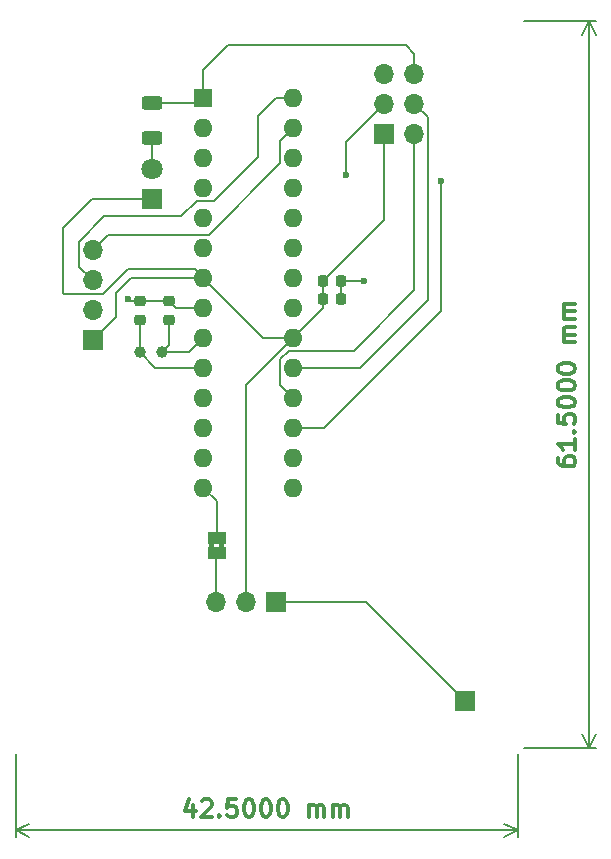
<source format=gtl>
%TF.GenerationSoftware,KiCad,Pcbnew,8.0.4*%
%TF.CreationDate,2024-12-21T23:10:03-05:00*%
%TF.ProjectId,Reaction Wheel,52656163-7469-46f6-9e20-576865656c2e,rev?*%
%TF.SameCoordinates,Original*%
%TF.FileFunction,Copper,L1,Top*%
%TF.FilePolarity,Positive*%
%FSLAX46Y46*%
G04 Gerber Fmt 4.6, Leading zero omitted, Abs format (unit mm)*
G04 Created by KiCad (PCBNEW 8.0.4) date 2024-12-21 23:10:03*
%MOMM*%
%LPD*%
G01*
G04 APERTURE LIST*
G04 Aperture macros list*
%AMRoundRect*
0 Rectangle with rounded corners*
0 $1 Rounding radius*
0 $2 $3 $4 $5 $6 $7 $8 $9 X,Y pos of 4 corners*
0 Add a 4 corners polygon primitive as box body*
4,1,4,$2,$3,$4,$5,$6,$7,$8,$9,$2,$3,0*
0 Add four circle primitives for the rounded corners*
1,1,$1+$1,$2,$3*
1,1,$1+$1,$4,$5*
1,1,$1+$1,$6,$7*
1,1,$1+$1,$8,$9*
0 Add four rect primitives between the rounded corners*
20,1,$1+$1,$2,$3,$4,$5,0*
20,1,$1+$1,$4,$5,$6,$7,0*
20,1,$1+$1,$6,$7,$8,$9,0*
20,1,$1+$1,$8,$9,$2,$3,0*%
G04 Aperture macros list end*
%ADD10C,0.300000*%
%TA.AperFunction,NonConductor*%
%ADD11C,0.300000*%
%TD*%
%TA.AperFunction,NonConductor*%
%ADD12C,0.200000*%
%TD*%
%TA.AperFunction,EtchedComponent*%
%ADD13C,0.000000*%
%TD*%
%TA.AperFunction,ComponentPad*%
%ADD14R,1.800000X1.800000*%
%TD*%
%TA.AperFunction,ComponentPad*%
%ADD15C,1.800000*%
%TD*%
%TA.AperFunction,ComponentPad*%
%ADD16R,1.700000X1.700000*%
%TD*%
%TA.AperFunction,ComponentPad*%
%ADD17O,1.700000X1.700000*%
%TD*%
%TA.AperFunction,SMDPad,CuDef*%
%ADD18RoundRect,0.250000X-0.625000X0.312500X-0.625000X-0.312500X0.625000X-0.312500X0.625000X0.312500X0*%
%TD*%
%TA.AperFunction,SMDPad,CuDef*%
%ADD19RoundRect,0.225000X0.250000X-0.225000X0.250000X0.225000X-0.250000X0.225000X-0.250000X-0.225000X0*%
%TD*%
%TA.AperFunction,SMDPad,CuDef*%
%ADD20RoundRect,0.225000X-0.225000X-0.250000X0.225000X-0.250000X0.225000X0.250000X-0.225000X0.250000X0*%
%TD*%
%TA.AperFunction,ComponentPad*%
%ADD21R,1.600000X1.600000*%
%TD*%
%TA.AperFunction,ComponentPad*%
%ADD22O,1.600000X1.600000*%
%TD*%
%TA.AperFunction,ComponentPad*%
%ADD23C,1.000000*%
%TD*%
%TA.AperFunction,SMDPad,CuDef*%
%ADD24R,1.500000X1.000000*%
%TD*%
%TA.AperFunction,ViaPad*%
%ADD25C,0.600000*%
%TD*%
%TA.AperFunction,Conductor*%
%ADD26C,0.200000*%
%TD*%
G04 APERTURE END LIST*
D10*
D11*
X89878328Y-85464284D02*
X89878328Y-85749998D01*
X89878328Y-85749998D02*
X89949757Y-85892855D01*
X89949757Y-85892855D02*
X90021185Y-85964284D01*
X90021185Y-85964284D02*
X90235471Y-86107141D01*
X90235471Y-86107141D02*
X90521185Y-86178569D01*
X90521185Y-86178569D02*
X91092614Y-86178569D01*
X91092614Y-86178569D02*
X91235471Y-86107141D01*
X91235471Y-86107141D02*
X91306900Y-86035712D01*
X91306900Y-86035712D02*
X91378328Y-85892855D01*
X91378328Y-85892855D02*
X91378328Y-85607141D01*
X91378328Y-85607141D02*
X91306900Y-85464284D01*
X91306900Y-85464284D02*
X91235471Y-85392855D01*
X91235471Y-85392855D02*
X91092614Y-85321426D01*
X91092614Y-85321426D02*
X90735471Y-85321426D01*
X90735471Y-85321426D02*
X90592614Y-85392855D01*
X90592614Y-85392855D02*
X90521185Y-85464284D01*
X90521185Y-85464284D02*
X90449757Y-85607141D01*
X90449757Y-85607141D02*
X90449757Y-85892855D01*
X90449757Y-85892855D02*
X90521185Y-86035712D01*
X90521185Y-86035712D02*
X90592614Y-86107141D01*
X90592614Y-86107141D02*
X90735471Y-86178569D01*
X91378328Y-83892855D02*
X91378328Y-84749998D01*
X91378328Y-84321427D02*
X89878328Y-84321427D01*
X89878328Y-84321427D02*
X90092614Y-84464284D01*
X90092614Y-84464284D02*
X90235471Y-84607141D01*
X90235471Y-84607141D02*
X90306900Y-84749998D01*
X91235471Y-83249999D02*
X91306900Y-83178570D01*
X91306900Y-83178570D02*
X91378328Y-83249999D01*
X91378328Y-83249999D02*
X91306900Y-83321427D01*
X91306900Y-83321427D02*
X91235471Y-83249999D01*
X91235471Y-83249999D02*
X91378328Y-83249999D01*
X89878328Y-81821427D02*
X89878328Y-82535713D01*
X89878328Y-82535713D02*
X90592614Y-82607141D01*
X90592614Y-82607141D02*
X90521185Y-82535713D01*
X90521185Y-82535713D02*
X90449757Y-82392856D01*
X90449757Y-82392856D02*
X90449757Y-82035713D01*
X90449757Y-82035713D02*
X90521185Y-81892856D01*
X90521185Y-81892856D02*
X90592614Y-81821427D01*
X90592614Y-81821427D02*
X90735471Y-81749998D01*
X90735471Y-81749998D02*
X91092614Y-81749998D01*
X91092614Y-81749998D02*
X91235471Y-81821427D01*
X91235471Y-81821427D02*
X91306900Y-81892856D01*
X91306900Y-81892856D02*
X91378328Y-82035713D01*
X91378328Y-82035713D02*
X91378328Y-82392856D01*
X91378328Y-82392856D02*
X91306900Y-82535713D01*
X91306900Y-82535713D02*
X91235471Y-82607141D01*
X89878328Y-80821427D02*
X89878328Y-80678570D01*
X89878328Y-80678570D02*
X89949757Y-80535713D01*
X89949757Y-80535713D02*
X90021185Y-80464285D01*
X90021185Y-80464285D02*
X90164042Y-80392856D01*
X90164042Y-80392856D02*
X90449757Y-80321427D01*
X90449757Y-80321427D02*
X90806900Y-80321427D01*
X90806900Y-80321427D02*
X91092614Y-80392856D01*
X91092614Y-80392856D02*
X91235471Y-80464285D01*
X91235471Y-80464285D02*
X91306900Y-80535713D01*
X91306900Y-80535713D02*
X91378328Y-80678570D01*
X91378328Y-80678570D02*
X91378328Y-80821427D01*
X91378328Y-80821427D02*
X91306900Y-80964285D01*
X91306900Y-80964285D02*
X91235471Y-81035713D01*
X91235471Y-81035713D02*
X91092614Y-81107142D01*
X91092614Y-81107142D02*
X90806900Y-81178570D01*
X90806900Y-81178570D02*
X90449757Y-81178570D01*
X90449757Y-81178570D02*
X90164042Y-81107142D01*
X90164042Y-81107142D02*
X90021185Y-81035713D01*
X90021185Y-81035713D02*
X89949757Y-80964285D01*
X89949757Y-80964285D02*
X89878328Y-80821427D01*
X89878328Y-79392856D02*
X89878328Y-79249999D01*
X89878328Y-79249999D02*
X89949757Y-79107142D01*
X89949757Y-79107142D02*
X90021185Y-79035714D01*
X90021185Y-79035714D02*
X90164042Y-78964285D01*
X90164042Y-78964285D02*
X90449757Y-78892856D01*
X90449757Y-78892856D02*
X90806900Y-78892856D01*
X90806900Y-78892856D02*
X91092614Y-78964285D01*
X91092614Y-78964285D02*
X91235471Y-79035714D01*
X91235471Y-79035714D02*
X91306900Y-79107142D01*
X91306900Y-79107142D02*
X91378328Y-79249999D01*
X91378328Y-79249999D02*
X91378328Y-79392856D01*
X91378328Y-79392856D02*
X91306900Y-79535714D01*
X91306900Y-79535714D02*
X91235471Y-79607142D01*
X91235471Y-79607142D02*
X91092614Y-79678571D01*
X91092614Y-79678571D02*
X90806900Y-79749999D01*
X90806900Y-79749999D02*
X90449757Y-79749999D01*
X90449757Y-79749999D02*
X90164042Y-79678571D01*
X90164042Y-79678571D02*
X90021185Y-79607142D01*
X90021185Y-79607142D02*
X89949757Y-79535714D01*
X89949757Y-79535714D02*
X89878328Y-79392856D01*
X89878328Y-77964285D02*
X89878328Y-77821428D01*
X89878328Y-77821428D02*
X89949757Y-77678571D01*
X89949757Y-77678571D02*
X90021185Y-77607143D01*
X90021185Y-77607143D02*
X90164042Y-77535714D01*
X90164042Y-77535714D02*
X90449757Y-77464285D01*
X90449757Y-77464285D02*
X90806900Y-77464285D01*
X90806900Y-77464285D02*
X91092614Y-77535714D01*
X91092614Y-77535714D02*
X91235471Y-77607143D01*
X91235471Y-77607143D02*
X91306900Y-77678571D01*
X91306900Y-77678571D02*
X91378328Y-77821428D01*
X91378328Y-77821428D02*
X91378328Y-77964285D01*
X91378328Y-77964285D02*
X91306900Y-78107143D01*
X91306900Y-78107143D02*
X91235471Y-78178571D01*
X91235471Y-78178571D02*
X91092614Y-78250000D01*
X91092614Y-78250000D02*
X90806900Y-78321428D01*
X90806900Y-78321428D02*
X90449757Y-78321428D01*
X90449757Y-78321428D02*
X90164042Y-78250000D01*
X90164042Y-78250000D02*
X90021185Y-78178571D01*
X90021185Y-78178571D02*
X89949757Y-78107143D01*
X89949757Y-78107143D02*
X89878328Y-77964285D01*
X91378328Y-75678572D02*
X90378328Y-75678572D01*
X90521185Y-75678572D02*
X90449757Y-75607143D01*
X90449757Y-75607143D02*
X90378328Y-75464286D01*
X90378328Y-75464286D02*
X90378328Y-75250000D01*
X90378328Y-75250000D02*
X90449757Y-75107143D01*
X90449757Y-75107143D02*
X90592614Y-75035715D01*
X90592614Y-75035715D02*
X91378328Y-75035715D01*
X90592614Y-75035715D02*
X90449757Y-74964286D01*
X90449757Y-74964286D02*
X90378328Y-74821429D01*
X90378328Y-74821429D02*
X90378328Y-74607143D01*
X90378328Y-74607143D02*
X90449757Y-74464286D01*
X90449757Y-74464286D02*
X90592614Y-74392857D01*
X90592614Y-74392857D02*
X91378328Y-74392857D01*
X91378328Y-73678572D02*
X90378328Y-73678572D01*
X90521185Y-73678572D02*
X90449757Y-73607143D01*
X90449757Y-73607143D02*
X90378328Y-73464286D01*
X90378328Y-73464286D02*
X90378328Y-73250000D01*
X90378328Y-73250000D02*
X90449757Y-73107143D01*
X90449757Y-73107143D02*
X90592614Y-73035715D01*
X90592614Y-73035715D02*
X91378328Y-73035715D01*
X90592614Y-73035715D02*
X90449757Y-72964286D01*
X90449757Y-72964286D02*
X90378328Y-72821429D01*
X90378328Y-72821429D02*
X90378328Y-72607143D01*
X90378328Y-72607143D02*
X90449757Y-72464286D01*
X90449757Y-72464286D02*
X90592614Y-72392857D01*
X90592614Y-72392857D02*
X91378328Y-72392857D01*
D12*
X87000000Y-110000000D02*
X93086420Y-110000000D01*
X87000000Y-48500000D02*
X93086420Y-48500000D01*
X92500000Y-110000000D02*
X92500000Y-48500000D01*
X92500000Y-110000000D02*
X92500000Y-48500000D01*
X92500000Y-110000000D02*
X91913579Y-108873496D01*
X92500000Y-110000000D02*
X93086421Y-108873496D01*
X92500000Y-48500000D02*
X93086421Y-49626504D01*
X92500000Y-48500000D02*
X91913579Y-49626504D01*
D10*
D11*
X59035716Y-114878327D02*
X59035716Y-115878327D01*
X58678573Y-114306899D02*
X58321430Y-115378327D01*
X58321430Y-115378327D02*
X59250001Y-115378327D01*
X59750001Y-114521184D02*
X59821429Y-114449756D01*
X59821429Y-114449756D02*
X59964287Y-114378327D01*
X59964287Y-114378327D02*
X60321429Y-114378327D01*
X60321429Y-114378327D02*
X60464287Y-114449756D01*
X60464287Y-114449756D02*
X60535715Y-114521184D01*
X60535715Y-114521184D02*
X60607144Y-114664041D01*
X60607144Y-114664041D02*
X60607144Y-114806899D01*
X60607144Y-114806899D02*
X60535715Y-115021184D01*
X60535715Y-115021184D02*
X59678572Y-115878327D01*
X59678572Y-115878327D02*
X60607144Y-115878327D01*
X61250000Y-115735470D02*
X61321429Y-115806899D01*
X61321429Y-115806899D02*
X61250000Y-115878327D01*
X61250000Y-115878327D02*
X61178572Y-115806899D01*
X61178572Y-115806899D02*
X61250000Y-115735470D01*
X61250000Y-115735470D02*
X61250000Y-115878327D01*
X62678572Y-114378327D02*
X61964286Y-114378327D01*
X61964286Y-114378327D02*
X61892858Y-115092613D01*
X61892858Y-115092613D02*
X61964286Y-115021184D01*
X61964286Y-115021184D02*
X62107144Y-114949756D01*
X62107144Y-114949756D02*
X62464286Y-114949756D01*
X62464286Y-114949756D02*
X62607144Y-115021184D01*
X62607144Y-115021184D02*
X62678572Y-115092613D01*
X62678572Y-115092613D02*
X62750001Y-115235470D01*
X62750001Y-115235470D02*
X62750001Y-115592613D01*
X62750001Y-115592613D02*
X62678572Y-115735470D01*
X62678572Y-115735470D02*
X62607144Y-115806899D01*
X62607144Y-115806899D02*
X62464286Y-115878327D01*
X62464286Y-115878327D02*
X62107144Y-115878327D01*
X62107144Y-115878327D02*
X61964286Y-115806899D01*
X61964286Y-115806899D02*
X61892858Y-115735470D01*
X63678572Y-114378327D02*
X63821429Y-114378327D01*
X63821429Y-114378327D02*
X63964286Y-114449756D01*
X63964286Y-114449756D02*
X64035715Y-114521184D01*
X64035715Y-114521184D02*
X64107143Y-114664041D01*
X64107143Y-114664041D02*
X64178572Y-114949756D01*
X64178572Y-114949756D02*
X64178572Y-115306899D01*
X64178572Y-115306899D02*
X64107143Y-115592613D01*
X64107143Y-115592613D02*
X64035715Y-115735470D01*
X64035715Y-115735470D02*
X63964286Y-115806899D01*
X63964286Y-115806899D02*
X63821429Y-115878327D01*
X63821429Y-115878327D02*
X63678572Y-115878327D01*
X63678572Y-115878327D02*
X63535715Y-115806899D01*
X63535715Y-115806899D02*
X63464286Y-115735470D01*
X63464286Y-115735470D02*
X63392857Y-115592613D01*
X63392857Y-115592613D02*
X63321429Y-115306899D01*
X63321429Y-115306899D02*
X63321429Y-114949756D01*
X63321429Y-114949756D02*
X63392857Y-114664041D01*
X63392857Y-114664041D02*
X63464286Y-114521184D01*
X63464286Y-114521184D02*
X63535715Y-114449756D01*
X63535715Y-114449756D02*
X63678572Y-114378327D01*
X65107143Y-114378327D02*
X65250000Y-114378327D01*
X65250000Y-114378327D02*
X65392857Y-114449756D01*
X65392857Y-114449756D02*
X65464286Y-114521184D01*
X65464286Y-114521184D02*
X65535714Y-114664041D01*
X65535714Y-114664041D02*
X65607143Y-114949756D01*
X65607143Y-114949756D02*
X65607143Y-115306899D01*
X65607143Y-115306899D02*
X65535714Y-115592613D01*
X65535714Y-115592613D02*
X65464286Y-115735470D01*
X65464286Y-115735470D02*
X65392857Y-115806899D01*
X65392857Y-115806899D02*
X65250000Y-115878327D01*
X65250000Y-115878327D02*
X65107143Y-115878327D01*
X65107143Y-115878327D02*
X64964286Y-115806899D01*
X64964286Y-115806899D02*
X64892857Y-115735470D01*
X64892857Y-115735470D02*
X64821428Y-115592613D01*
X64821428Y-115592613D02*
X64750000Y-115306899D01*
X64750000Y-115306899D02*
X64750000Y-114949756D01*
X64750000Y-114949756D02*
X64821428Y-114664041D01*
X64821428Y-114664041D02*
X64892857Y-114521184D01*
X64892857Y-114521184D02*
X64964286Y-114449756D01*
X64964286Y-114449756D02*
X65107143Y-114378327D01*
X66535714Y-114378327D02*
X66678571Y-114378327D01*
X66678571Y-114378327D02*
X66821428Y-114449756D01*
X66821428Y-114449756D02*
X66892857Y-114521184D01*
X66892857Y-114521184D02*
X66964285Y-114664041D01*
X66964285Y-114664041D02*
X67035714Y-114949756D01*
X67035714Y-114949756D02*
X67035714Y-115306899D01*
X67035714Y-115306899D02*
X66964285Y-115592613D01*
X66964285Y-115592613D02*
X66892857Y-115735470D01*
X66892857Y-115735470D02*
X66821428Y-115806899D01*
X66821428Y-115806899D02*
X66678571Y-115878327D01*
X66678571Y-115878327D02*
X66535714Y-115878327D01*
X66535714Y-115878327D02*
X66392857Y-115806899D01*
X66392857Y-115806899D02*
X66321428Y-115735470D01*
X66321428Y-115735470D02*
X66249999Y-115592613D01*
X66249999Y-115592613D02*
X66178571Y-115306899D01*
X66178571Y-115306899D02*
X66178571Y-114949756D01*
X66178571Y-114949756D02*
X66249999Y-114664041D01*
X66249999Y-114664041D02*
X66321428Y-114521184D01*
X66321428Y-114521184D02*
X66392857Y-114449756D01*
X66392857Y-114449756D02*
X66535714Y-114378327D01*
X68821427Y-115878327D02*
X68821427Y-114878327D01*
X68821427Y-115021184D02*
X68892856Y-114949756D01*
X68892856Y-114949756D02*
X69035713Y-114878327D01*
X69035713Y-114878327D02*
X69249999Y-114878327D01*
X69249999Y-114878327D02*
X69392856Y-114949756D01*
X69392856Y-114949756D02*
X69464285Y-115092613D01*
X69464285Y-115092613D02*
X69464285Y-115878327D01*
X69464285Y-115092613D02*
X69535713Y-114949756D01*
X69535713Y-114949756D02*
X69678570Y-114878327D01*
X69678570Y-114878327D02*
X69892856Y-114878327D01*
X69892856Y-114878327D02*
X70035713Y-114949756D01*
X70035713Y-114949756D02*
X70107142Y-115092613D01*
X70107142Y-115092613D02*
X70107142Y-115878327D01*
X70821427Y-115878327D02*
X70821427Y-114878327D01*
X70821427Y-115021184D02*
X70892856Y-114949756D01*
X70892856Y-114949756D02*
X71035713Y-114878327D01*
X71035713Y-114878327D02*
X71249999Y-114878327D01*
X71249999Y-114878327D02*
X71392856Y-114949756D01*
X71392856Y-114949756D02*
X71464285Y-115092613D01*
X71464285Y-115092613D02*
X71464285Y-115878327D01*
X71464285Y-115092613D02*
X71535713Y-114949756D01*
X71535713Y-114949756D02*
X71678570Y-114878327D01*
X71678570Y-114878327D02*
X71892856Y-114878327D01*
X71892856Y-114878327D02*
X72035713Y-114949756D01*
X72035713Y-114949756D02*
X72107142Y-115092613D01*
X72107142Y-115092613D02*
X72107142Y-115878327D01*
D12*
X44000000Y-110500000D02*
X44000000Y-117586419D01*
X86500000Y-110500000D02*
X86500000Y-117586419D01*
X44000000Y-116999999D02*
X86500000Y-116999999D01*
X44000000Y-116999999D02*
X86500000Y-116999999D01*
X44000000Y-116999999D02*
X45126504Y-116413578D01*
X44000000Y-116999999D02*
X45126504Y-117586420D01*
X86500000Y-116999999D02*
X85373496Y-117586420D01*
X86500000Y-116999999D02*
X85373496Y-116413578D01*
D13*
%TA.AperFunction,EtchedComponent*%
%TO.C,JP1*%
G36*
X60800000Y-93100000D02*
G01*
X60400000Y-93100000D01*
X60400000Y-92600000D01*
X60800000Y-92600000D01*
X60800000Y-93100000D01*
G37*
%TD.AperFunction*%
%TA.AperFunction,EtchedComponent*%
G36*
X61600000Y-93100000D02*
G01*
X61200000Y-93100000D01*
X61200000Y-92600000D01*
X61600000Y-92600000D01*
X61600000Y-93100000D01*
G37*
%TD.AperFunction*%
%TD*%
D14*
%TO.P,D1,1,K*%
%TO.N,+5V*%
X55500000Y-63540000D03*
D15*
%TO.P,D1,2,A*%
%TO.N,Net-(D1-A)*%
X55500000Y-61000000D03*
%TD*%
D16*
%TO.P,J3,1,Pin_1*%
%TO.N,+5V*%
X75210000Y-58025000D03*
D17*
%TO.P,J3,2,Pin_2*%
%TO.N,MISO*%
X77750000Y-58025000D03*
%TO.P,J3,3,Pin_3*%
%TO.N,MOSI*%
X75210000Y-55485000D03*
%TO.P,J3,4,Pin_4*%
%TO.N,SCK*%
X77750000Y-55485000D03*
%TO.P,J3,5,Pin_5*%
%TO.N,GND*%
X75210000Y-52945000D03*
%TO.P,J3,6,Pin_6*%
%TO.N,RESET*%
X77750000Y-52945000D03*
%TD*%
D18*
%TO.P,R1,1*%
%TO.N,RESET*%
X55500000Y-55450000D03*
%TO.P,R1,2*%
%TO.N,Net-(D1-A)*%
X55500000Y-58375000D03*
%TD*%
D19*
%TO.P,C3,1*%
%TO.N,Net-(U2-XTAL1{slash}PB6)*%
X57000000Y-73750000D03*
%TO.P,C3,2*%
%TO.N,GND*%
X57000000Y-72200000D03*
%TD*%
D20*
%TO.P,C2,1*%
%TO.N,+5V*%
X70000000Y-72000000D03*
%TO.P,C2,2*%
%TO.N,GND*%
X71550000Y-72000000D03*
%TD*%
D16*
%TO.P,J2,1,Pin_1*%
%TO.N,+5V*%
X50500000Y-75500000D03*
D17*
%TO.P,J2,2,Pin_2*%
%TO.N,GND*%
X50500000Y-72960000D03*
%TO.P,J2,3,Pin_3*%
%TO.N,SCL*%
X50500000Y-70420000D03*
%TO.P,J2,4,Pin_4*%
%TO.N,SDA*%
X50500000Y-67880000D03*
%TD*%
D19*
%TO.P,C4,1*%
%TO.N,Net-(U2-XTAL2{slash}PB7)*%
X54500000Y-73750000D03*
%TO.P,C4,2*%
%TO.N,GND*%
X54500000Y-72200000D03*
%TD*%
D16*
%TO.P,J1,1,Pin_1*%
%TO.N,GND*%
X66025000Y-97625000D03*
D17*
%TO.P,J1,2,Pin_2*%
%TO.N,+5V*%
X63485000Y-97625000D03*
%TO.P,J1,3,Pin_3*%
%TO.N,Net-(J1-Pin_3)*%
X60945000Y-97625000D03*
%TD*%
D21*
%TO.P,U2,1,~{RESET}/PC6*%
%TO.N,RESET*%
X59880000Y-54960000D03*
D22*
%TO.P,U2,2,PD0*%
%TO.N,unconnected-(U2-PD0-Pad2)*%
X59880000Y-57500000D03*
%TO.P,U2,3,PD1*%
%TO.N,unconnected-(U2-PD1-Pad3)*%
X59880000Y-60040000D03*
%TO.P,U2,4,PD2*%
%TO.N,unconnected-(U2-PD2-Pad4)*%
X59880000Y-62580000D03*
%TO.P,U2,5,PD3*%
%TO.N,unconnected-(U2-PD3-Pad5)*%
X59880000Y-65120000D03*
%TO.P,U2,6,PD4*%
%TO.N,unconnected-(U2-PD4-Pad6)*%
X59880000Y-67660000D03*
%TO.P,U2,7,VCC*%
%TO.N,+5V*%
X59880000Y-70200000D03*
%TO.P,U2,8,GND*%
%TO.N,GND*%
X59880000Y-72740000D03*
%TO.P,U2,9,XTAL1/PB6*%
%TO.N,Net-(U2-XTAL1{slash}PB6)*%
X59880000Y-75280000D03*
%TO.P,U2,10,XTAL2/PB7*%
%TO.N,Net-(U2-XTAL2{slash}PB7)*%
X59880000Y-77820000D03*
%TO.P,U2,11,PD5*%
%TO.N,unconnected-(U2-PD5-Pad11)*%
X59880000Y-80360000D03*
%TO.P,U2,12,PD6*%
%TO.N,unconnected-(U2-PD6-Pad12)*%
X59880000Y-82900000D03*
%TO.P,U2,13,PD7*%
%TO.N,unconnected-(U2-PD7-Pad13)*%
X59880000Y-85440000D03*
%TO.P,U2,14,PB0*%
%TO.N,Net-(JP1-A)*%
X59880000Y-87980000D03*
%TO.P,U2,15,PB1*%
%TO.N,unconnected-(U2-PB1-Pad15)*%
X67500000Y-87980000D03*
%TO.P,U2,16,PB2*%
%TO.N,unconnected-(U2-PB2-Pad16)*%
X67500000Y-85440000D03*
%TO.P,U2,17,PB3*%
%TO.N,MOSI*%
X67500000Y-82900000D03*
%TO.P,U2,18,PB4*%
%TO.N,MISO*%
X67500000Y-80360000D03*
%TO.P,U2,19,PB5*%
%TO.N,SCK*%
X67500000Y-77820000D03*
%TO.P,U2,20,AVCC*%
%TO.N,+5V*%
X67500000Y-75280000D03*
%TO.P,U2,21,AREF*%
%TO.N,unconnected-(U2-AREF-Pad21)*%
X67500000Y-72740000D03*
%TO.P,U2,22,GND*%
%TO.N,GND*%
X67500000Y-70200000D03*
%TO.P,U2,23,PC0*%
%TO.N,unconnected-(U2-PC0-Pad23)*%
X67500000Y-67660000D03*
%TO.P,U2,24,PC1*%
%TO.N,unconnected-(U2-PC1-Pad24)*%
X67500000Y-65120000D03*
%TO.P,U2,25,PC2*%
%TO.N,unconnected-(U2-PC2-Pad25)*%
X67500000Y-62580000D03*
%TO.P,U2,26,PC3*%
%TO.N,unconnected-(U2-PC3-Pad26)*%
X67500000Y-60040000D03*
%TO.P,U2,27,PC4*%
%TO.N,SDA*%
X67500000Y-57500000D03*
%TO.P,U2,28,PC5*%
%TO.N,SCL*%
X67500000Y-54960000D03*
%TD*%
D23*
%TO.P,Y2,1,1*%
%TO.N,Net-(U2-XTAL2{slash}PB7)*%
X54500000Y-76500000D03*
%TO.P,Y2,2,2*%
%TO.N,Net-(U2-XTAL1{slash}PB6)*%
X56400000Y-76500000D03*
%TD*%
D16*
%TO.P,TP1,1,1*%
%TO.N,GND*%
X82000000Y-106000000D03*
%TD*%
D24*
%TO.P,JP1,1,A*%
%TO.N,Net-(JP1-A)*%
X61000000Y-92200000D03*
%TO.P,JP1,2,B*%
%TO.N,Net-(J1-Pin_3)*%
X61000000Y-93500000D03*
%TD*%
D20*
%TO.P,C1,1*%
%TO.N,+5V*%
X70000000Y-70500000D03*
%TO.P,C1,2*%
%TO.N,GND*%
X71550000Y-70500000D03*
%TD*%
D25*
%TO.N,GND*%
X73500000Y-70500000D03*
X53500000Y-72000000D03*
%TO.N,MOSI*%
X80000000Y-62000000D03*
X72000000Y-61500000D03*
%TD*%
D26*
%TO.N,+5V*%
X55500000Y-63540000D02*
X50460000Y-63540000D01*
X67500000Y-75280000D02*
X70000000Y-72780000D01*
X70000000Y-72000000D02*
X70000000Y-70500000D01*
X48070000Y-71570000D02*
X51430000Y-71570000D01*
X48000000Y-66000000D02*
X48000000Y-71500000D01*
X53800000Y-70200000D02*
X59880000Y-70200000D01*
X67500000Y-75280000D02*
X64960000Y-75280000D01*
X70000000Y-72780000D02*
X70000000Y-72000000D01*
X52500000Y-73500000D02*
X52500000Y-71500000D01*
X50500000Y-75500000D02*
X52500000Y-73500000D01*
X48000000Y-71500000D02*
X48070000Y-71570000D01*
X64960000Y-75280000D02*
X59880000Y-70200000D01*
X52500000Y-71500000D02*
X53800000Y-70200000D01*
X59180000Y-69500000D02*
X59880000Y-70200000D01*
X75210000Y-58025000D02*
X75210000Y-65290000D01*
X63485000Y-97625000D02*
X63485000Y-79295000D01*
X50460000Y-63540000D02*
X48000000Y-66000000D01*
X53500000Y-69500000D02*
X59180000Y-69500000D01*
X51430000Y-71570000D02*
X53500000Y-69500000D01*
X59880000Y-70200000D02*
X59340000Y-69660000D01*
X75210000Y-65290000D02*
X70000000Y-70500000D01*
X63485000Y-79295000D02*
X67500000Y-75280000D01*
%TO.N,GND*%
X57540000Y-72740000D02*
X57000000Y-72200000D01*
X53700000Y-72200000D02*
X53500000Y-72000000D01*
X59880000Y-72740000D02*
X57540000Y-72740000D01*
X82000000Y-106000000D02*
X73625000Y-97625000D01*
X54500000Y-72200000D02*
X53700000Y-72200000D01*
X71550000Y-72000000D02*
X71550000Y-70500000D01*
X71550000Y-70500000D02*
X73500000Y-70500000D01*
X57000000Y-72200000D02*
X54500000Y-72200000D01*
X73625000Y-97625000D02*
X66025000Y-97625000D01*
%TO.N,Net-(U2-XTAL1{slash}PB6)*%
X57000000Y-75900000D02*
X56400000Y-76500000D01*
X57000000Y-73750000D02*
X57000000Y-75900000D01*
X58660000Y-76500000D02*
X59880000Y-75280000D01*
X56400000Y-76500000D02*
X58660000Y-76500000D01*
%TO.N,Net-(U2-XTAL2{slash}PB7)*%
X55820000Y-77820000D02*
X54500000Y-76500000D01*
X59880000Y-77820000D02*
X55820000Y-77820000D01*
X54500000Y-73750000D02*
X54500000Y-76500000D01*
%TO.N,SCK*%
X67500000Y-77820000D02*
X73180000Y-77820000D01*
X78900000Y-72100000D02*
X78900000Y-56635000D01*
X73180000Y-77820000D02*
X78900000Y-72100000D01*
X78900000Y-56635000D02*
X77750000Y-55485000D01*
%TO.N,MISO*%
X67120000Y-76380000D02*
X66400000Y-77100000D01*
X66400000Y-79260000D02*
X67500000Y-80360000D01*
X77750000Y-71250000D02*
X72620000Y-76380000D01*
X72620000Y-76380000D02*
X67120000Y-76380000D01*
X66400000Y-77100000D02*
X66400000Y-79260000D01*
X77750000Y-58025000D02*
X77750000Y-71250000D01*
%TO.N,RESET*%
X77750000Y-51250000D02*
X77750000Y-52945000D01*
X59880000Y-54960000D02*
X59880000Y-52620000D01*
X59390000Y-55450000D02*
X59880000Y-54960000D01*
X55500000Y-55450000D02*
X59390000Y-55450000D01*
X59880000Y-52620000D02*
X62000000Y-50500000D01*
X62000000Y-50500000D02*
X77000000Y-50500000D01*
X77000000Y-50500000D02*
X77750000Y-51250000D01*
%TO.N,MOSI*%
X80000000Y-62000000D02*
X80000000Y-73000000D01*
X67500000Y-82900000D02*
X70100000Y-82900000D01*
X72000000Y-58695000D02*
X72000000Y-61500000D01*
X75210000Y-55485000D02*
X72000000Y-58695000D01*
X70100000Y-82900000D02*
X80000000Y-73000000D01*
%TO.N,SDA*%
X66400000Y-60495635D02*
X60335635Y-66560000D01*
X60335635Y-66560000D02*
X51820000Y-66560000D01*
X67500000Y-57500000D02*
X66400000Y-58600000D01*
X51820000Y-66560000D02*
X50500000Y-67880000D01*
X66400000Y-58600000D02*
X66400000Y-60495635D01*
%TO.N,SCL*%
X51500000Y-65000000D02*
X58000000Y-65000000D01*
X50500000Y-70420000D02*
X49350000Y-69270000D01*
X64500000Y-60000000D02*
X64500000Y-56500000D01*
X49350000Y-69270000D02*
X49350000Y-67150000D01*
X64500000Y-56500000D02*
X66040000Y-54960000D01*
X60820000Y-63680000D02*
X64500000Y-60000000D01*
X58000000Y-65000000D02*
X59320000Y-63680000D01*
X59320000Y-63680000D02*
X60820000Y-63680000D01*
X49350000Y-67150000D02*
X51500000Y-65000000D01*
X66040000Y-54960000D02*
X67500000Y-54960000D01*
%TO.N,Net-(JP1-A)*%
X61000000Y-92200000D02*
X61000000Y-89100000D01*
X61000000Y-89100000D02*
X59880000Y-87980000D01*
%TO.N,Net-(D1-A)*%
X55500000Y-58375000D02*
X55500000Y-61000000D01*
%TO.N,Net-(J1-Pin_3)*%
X60945000Y-97625000D02*
X60945000Y-93555000D01*
X60945000Y-93555000D02*
X61000000Y-93500000D01*
%TD*%
M02*

</source>
